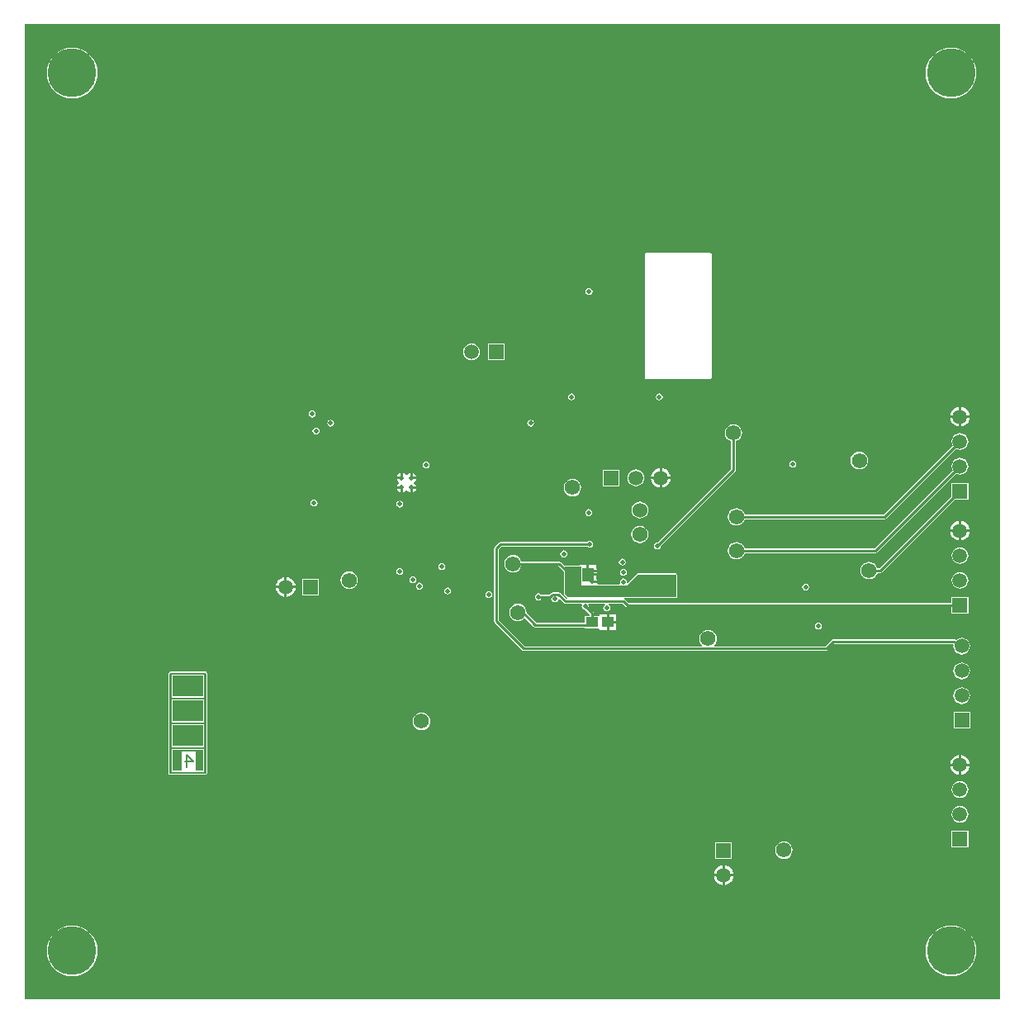
<source format=gbl>
G04*
G04 #@! TF.GenerationSoftware,Altium Limited,Altium Designer,22.2.1 (43)*
G04*
G04 Layer_Physical_Order=4*
G04 Layer_Color=16711680*
%FSLAX44Y44*%
%MOMM*%
G71*
G04*
G04 #@! TF.SameCoordinates,5CE99453-8E5A-41D3-94B1-68A0E1D8BDBC*
G04*
G04*
G04 #@! TF.FilePolarity,Positive*
G04*
G01*
G75*
%ADD14C,0.2000*%
%ADD92C,1.5700*%
%ADD99C,0.2540*%
%ADD101C,1.5240*%
%ADD102C,1.5000*%
%ADD103R,1.5000X1.5000*%
%ADD104R,1.5000X1.5000*%
%ADD105C,5.0000*%
%ADD106C,0.5000*%
%ADD107R,1.1781X1.3562*%
%ADD108R,1.2065X1.0682*%
G36*
X1000000Y1000000D02*
X1000000Y-0D01*
X-0Y-0D01*
X-0Y1000000D01*
X1000000Y1000000D01*
D02*
G37*
%LPC*%
G36*
X950000Y976126D02*
X944903Y975624D01*
X940002Y974137D01*
X935485Y971723D01*
X931526Y968474D01*
X928277Y964515D01*
X925863Y959998D01*
X924376Y955097D01*
X923874Y950000D01*
X924376Y944903D01*
X925863Y940002D01*
X928277Y935485D01*
X931526Y931526D01*
X935485Y928277D01*
X940002Y925863D01*
X944903Y924376D01*
X950000Y923874D01*
X955097Y924376D01*
X959998Y925863D01*
X964515Y928277D01*
X968474Y931526D01*
X971723Y935485D01*
X974137Y940002D01*
X975624Y944903D01*
X976126Y950000D01*
X975624Y955097D01*
X974137Y959998D01*
X971723Y964515D01*
X968474Y968474D01*
X964515Y971723D01*
X959998Y974137D01*
X955097Y975624D01*
X950000Y976126D01*
D02*
G37*
G36*
X49000D02*
X43903Y975624D01*
X39002Y974137D01*
X34485Y971723D01*
X30526Y968474D01*
X27277Y964515D01*
X24863Y959998D01*
X23376Y955097D01*
X22874Y950000D01*
X23376Y944903D01*
X24863Y940002D01*
X27277Y935485D01*
X30526Y931526D01*
X34485Y928277D01*
X39002Y925863D01*
X43903Y924376D01*
X49000Y923874D01*
X54097Y924376D01*
X58998Y925863D01*
X63515Y928277D01*
X67474Y931526D01*
X70723Y935485D01*
X73137Y940002D01*
X74624Y944903D01*
X75126Y950000D01*
X74624Y955097D01*
X73137Y959998D01*
X70723Y964515D01*
X67474Y968474D01*
X63515Y971723D01*
X58998Y974137D01*
X54097Y975624D01*
X49000Y976126D01*
D02*
G37*
G36*
X579000Y729568D02*
X577634Y729297D01*
X576477Y728523D01*
X575703Y727366D01*
X575431Y726000D01*
X575703Y724634D01*
X576477Y723477D01*
X577634Y722703D01*
X579000Y722431D01*
X580366Y722703D01*
X581523Y723477D01*
X582297Y724634D01*
X582569Y726000D01*
X582297Y727366D01*
X581523Y728523D01*
X580366Y729297D01*
X579000Y729568D01*
D02*
G37*
G36*
X492500Y672500D02*
X475500D01*
Y655500D01*
X492500D01*
Y672500D01*
D02*
G37*
G36*
X458600Y672573D02*
X456381Y672281D01*
X454313Y671425D01*
X452538Y670062D01*
X451175Y668287D01*
X450319Y666219D01*
X450027Y664000D01*
X450319Y661781D01*
X451175Y659713D01*
X452538Y657938D01*
X454313Y656575D01*
X456381Y655719D01*
X458600Y655427D01*
X460819Y655719D01*
X462887Y656575D01*
X464662Y657938D01*
X466025Y659713D01*
X466881Y661781D01*
X467173Y664000D01*
X466881Y666219D01*
X466025Y668287D01*
X464662Y670062D01*
X462887Y671425D01*
X460819Y672281D01*
X458600Y672573D01*
D02*
G37*
G36*
X703550Y765633D02*
X637350D01*
X636584Y765316D01*
X636267Y764550D01*
Y637450D01*
X636584Y636685D01*
X637350Y636368D01*
X703550D01*
X704315Y636685D01*
X704632Y637450D01*
Y764550D01*
X704315Y765316D01*
X703550Y765633D01*
D02*
G37*
G36*
X651000Y621568D02*
X649634Y621297D01*
X648477Y620523D01*
X647703Y619366D01*
X647431Y618000D01*
X647703Y616634D01*
X648477Y615477D01*
X649634Y614703D01*
X651000Y614431D01*
X652366Y614703D01*
X653523Y615477D01*
X654297Y616634D01*
X654568Y618000D01*
X654297Y619366D01*
X653523Y620523D01*
X652366Y621297D01*
X651000Y621568D01*
D02*
G37*
G36*
X561000D02*
X559634Y621297D01*
X558477Y620523D01*
X557703Y619366D01*
X557431Y618000D01*
X557703Y616634D01*
X558477Y615477D01*
X559634Y614703D01*
X561000Y614431D01*
X562366Y614703D01*
X563523Y615477D01*
X564297Y616634D01*
X564568Y618000D01*
X564297Y619366D01*
X563523Y620523D01*
X562366Y621297D01*
X561000Y621568D01*
D02*
G37*
G36*
X960509Y607609D02*
Y598920D01*
X969198D01*
X969020Y600271D01*
X968009Y602713D01*
X966400Y604811D01*
X964302Y606420D01*
X961860Y607431D01*
X960509Y607609D01*
D02*
G37*
G36*
X957969D02*
X956618Y607431D01*
X954176Y606420D01*
X952078Y604811D01*
X950469Y602713D01*
X949457Y600271D01*
X949280Y598920D01*
X957969D01*
Y607609D01*
D02*
G37*
G36*
X295170Y603942D02*
X293805Y603670D01*
X292647Y602897D01*
X291873Y601739D01*
X291602Y600373D01*
X291873Y599008D01*
X292647Y597850D01*
X293805Y597077D01*
X295170Y596805D01*
X296536Y597077D01*
X297694Y597850D01*
X298467Y599008D01*
X298739Y600373D01*
X298467Y601739D01*
X297694Y602897D01*
X296536Y603670D01*
X295170Y603942D01*
D02*
G37*
G36*
X969198Y596380D02*
X960509D01*
Y587691D01*
X961860Y587868D01*
X964302Y588880D01*
X966400Y590489D01*
X968009Y592587D01*
X969020Y595029D01*
X969198Y596380D01*
D02*
G37*
G36*
X957969D02*
X949280D01*
X949457Y595029D01*
X950469Y592587D01*
X952078Y590489D01*
X954176Y588880D01*
X956618Y587868D01*
X957969Y587691D01*
Y596380D01*
D02*
G37*
G36*
X519000Y594568D02*
X517634Y594297D01*
X516477Y593523D01*
X515703Y592366D01*
X515431Y591000D01*
X515703Y589634D01*
X516477Y588477D01*
X517634Y587703D01*
X519000Y587431D01*
X520366Y587703D01*
X521523Y588477D01*
X522297Y589634D01*
X522569Y591000D01*
X522297Y592366D01*
X521523Y593523D01*
X520366Y594297D01*
X519000Y594568D01*
D02*
G37*
G36*
X314000D02*
X312634Y594297D01*
X311477Y593523D01*
X310703Y592366D01*
X310431Y591000D01*
X310703Y589634D01*
X311477Y588477D01*
X312634Y587703D01*
X314000Y587431D01*
X315366Y587703D01*
X316523Y588477D01*
X317297Y589634D01*
X317568Y591000D01*
X317297Y592366D01*
X316523Y593523D01*
X315366Y594297D01*
X314000Y594568D01*
D02*
G37*
G36*
X299000Y586568D02*
X297634Y586297D01*
X296477Y585523D01*
X295703Y584366D01*
X295431Y583000D01*
X295703Y581634D01*
X296477Y580477D01*
X297634Y579703D01*
X299000Y579431D01*
X300366Y579703D01*
X301523Y580477D01*
X302297Y581634D01*
X302568Y583000D01*
X302297Y584366D01*
X301523Y585523D01*
X300366Y586297D01*
X299000Y586568D01*
D02*
G37*
G36*
X959239Y580823D02*
X957020Y580531D01*
X954952Y579675D01*
X953177Y578312D01*
X951814Y576537D01*
X950958Y574469D01*
X950666Y572250D01*
X950958Y570031D01*
X951775Y568059D01*
X881030Y497314D01*
X738621D01*
X737730Y499463D01*
X736312Y501312D01*
X734463Y502730D01*
X732310Y503622D01*
X730000Y503926D01*
X727690Y503622D01*
X725537Y502730D01*
X723688Y501312D01*
X722270Y499463D01*
X721378Y497310D01*
X721074Y495000D01*
X721378Y492690D01*
X722270Y490537D01*
X723688Y488688D01*
X725537Y487270D01*
X727690Y486378D01*
X730000Y486074D01*
X732310Y486378D01*
X734463Y487270D01*
X736312Y488688D01*
X737730Y490537D01*
X738621Y492686D01*
X881989D01*
X882875Y492862D01*
X883625Y493363D01*
X955048Y564786D01*
X957020Y563969D01*
X959239Y563677D01*
X961458Y563969D01*
X963526Y564825D01*
X965301Y566188D01*
X966664Y567963D01*
X967520Y570031D01*
X967812Y572250D01*
X967520Y574469D01*
X966664Y576537D01*
X965301Y578312D01*
X963526Y579675D01*
X961458Y580531D01*
X959239Y580823D01*
D02*
G37*
G36*
X788000Y552569D02*
X786634Y552297D01*
X785477Y551523D01*
X784703Y550366D01*
X784431Y549000D01*
X784703Y547634D01*
X785477Y546477D01*
X786634Y545703D01*
X788000Y545431D01*
X789366Y545703D01*
X790523Y546477D01*
X791297Y547634D01*
X791569Y549000D01*
X791297Y550366D01*
X790523Y551523D01*
X789366Y552297D01*
X788000Y552569D01*
D02*
G37*
G36*
X412000Y551568D02*
X410634Y551297D01*
X409477Y550523D01*
X408703Y549366D01*
X408431Y548000D01*
X408703Y546634D01*
X409477Y545477D01*
X410634Y544703D01*
X412000Y544431D01*
X413366Y544703D01*
X414523Y545477D01*
X415297Y546634D01*
X415569Y548000D01*
X415297Y549366D01*
X414523Y550523D01*
X413366Y551297D01*
X412000Y551568D01*
D02*
G37*
G36*
X856000Y561726D02*
X853690Y561422D01*
X851537Y560530D01*
X849688Y559112D01*
X848270Y557263D01*
X847378Y555110D01*
X847074Y552800D01*
X847378Y550489D01*
X848270Y548336D01*
X849688Y546488D01*
X851537Y545069D01*
X853690Y544177D01*
X856000Y543873D01*
X858310Y544177D01*
X860463Y545069D01*
X862312Y546488D01*
X863730Y548336D01*
X864622Y550489D01*
X864926Y552800D01*
X864622Y555110D01*
X863730Y557263D01*
X862312Y559112D01*
X860463Y560530D01*
X858310Y561422D01*
X856000Y561726D01*
D02*
G37*
G36*
X959239Y555423D02*
X957020Y555131D01*
X954952Y554275D01*
X953177Y552912D01*
X951814Y551137D01*
X950958Y549069D01*
X950666Y546850D01*
X950958Y544631D01*
X951775Y542659D01*
X871660Y462544D01*
X738621D01*
X737730Y464692D01*
X736312Y466541D01*
X734463Y467960D01*
X732310Y468852D01*
X730000Y469156D01*
X727690Y468852D01*
X725537Y467960D01*
X723688Y466541D01*
X722270Y464692D01*
X721378Y462540D01*
X721074Y460229D01*
X721378Y457919D01*
X722270Y455766D01*
X723688Y453918D01*
X725537Y452499D01*
X727690Y451607D01*
X730000Y451303D01*
X732310Y451607D01*
X734463Y452499D01*
X736312Y453918D01*
X737730Y455766D01*
X738621Y457915D01*
X872618D01*
X873504Y458091D01*
X874255Y458593D01*
X955048Y539386D01*
X957020Y538569D01*
X959239Y538277D01*
X961458Y538569D01*
X963526Y539425D01*
X965301Y540788D01*
X966664Y542563D01*
X967520Y544631D01*
X967812Y546850D01*
X967520Y549069D01*
X966664Y551137D01*
X965301Y552912D01*
X963526Y554275D01*
X961458Y555131D01*
X959239Y555423D01*
D02*
G37*
G36*
X395480Y539886D02*
X394784Y539748D01*
X393116Y538633D01*
X392514Y537732D01*
X390986D01*
X390384Y538633D01*
X388717Y539748D01*
X388020Y539886D01*
Y535000D01*
X386750D01*
Y533730D01*
X381864D01*
X382002Y533033D01*
X383116Y531366D01*
X384018Y530764D01*
Y529236D01*
X383116Y528634D01*
X382002Y526966D01*
X381864Y526270D01*
X386750D01*
Y525000D01*
X388020D01*
Y520114D01*
X388717Y520252D01*
X390384Y521366D01*
X390986Y522268D01*
X392514D01*
X393116Y521366D01*
X394784Y520252D01*
X395480Y520114D01*
Y525000D01*
X396750D01*
Y526270D01*
X401636D01*
X401497Y526966D01*
X400384Y528634D01*
X399482Y529236D01*
Y530764D01*
X400384Y531366D01*
X401497Y533033D01*
X401636Y533730D01*
X396750D01*
Y535000D01*
X395480D01*
Y539886D01*
D02*
G37*
G36*
X653670Y544959D02*
Y536270D01*
X662359D01*
X662181Y537621D01*
X661170Y540063D01*
X659561Y542161D01*
X657463Y543770D01*
X655021Y544781D01*
X653670Y544959D01*
D02*
G37*
G36*
X651130D02*
X649779Y544781D01*
X647337Y543770D01*
X645239Y542161D01*
X643630Y540063D01*
X642618Y537621D01*
X642440Y536270D01*
X651130D01*
Y544959D01*
D02*
G37*
G36*
X398020Y539886D02*
Y536270D01*
X401636D01*
X401497Y536966D01*
X400384Y538633D01*
X398717Y539748D01*
X398020Y539886D01*
D02*
G37*
G36*
X385480D02*
X384784Y539748D01*
X383116Y538633D01*
X382002Y536966D01*
X381864Y536270D01*
X385480D01*
Y539886D01*
D02*
G37*
G36*
X610100Y543500D02*
X593100D01*
Y526500D01*
X610100D01*
Y543500D01*
D02*
G37*
G36*
X627000Y543573D02*
X624781Y543281D01*
X622713Y542425D01*
X620938Y541062D01*
X619575Y539287D01*
X618719Y537219D01*
X618427Y535000D01*
X618719Y532781D01*
X619575Y530713D01*
X620938Y528938D01*
X622713Y527575D01*
X624781Y526719D01*
X627000Y526427D01*
X629219Y526719D01*
X631287Y527575D01*
X633062Y528938D01*
X634425Y530713D01*
X635281Y532781D01*
X635573Y535000D01*
X635281Y537219D01*
X634425Y539287D01*
X633062Y541062D01*
X631287Y542425D01*
X629219Y543281D01*
X627000Y543573D01*
D02*
G37*
G36*
X662359Y533730D02*
X653670D01*
Y525041D01*
X655021Y525218D01*
X657463Y526230D01*
X659561Y527839D01*
X661170Y529937D01*
X662181Y532379D01*
X662359Y533730D01*
D02*
G37*
G36*
X651130D02*
X642440D01*
X642618Y532379D01*
X643630Y529937D01*
X645239Y527839D01*
X647337Y526230D01*
X649779Y525218D01*
X651130Y525041D01*
Y533730D01*
D02*
G37*
G36*
X401636Y523730D02*
X398020D01*
Y520114D01*
X398717Y520252D01*
X400384Y521366D01*
X401497Y523033D01*
X401636Y523730D01*
D02*
G37*
G36*
X385480D02*
X381864D01*
X382002Y523033D01*
X383116Y521366D01*
X384784Y520252D01*
X385480Y520114D01*
Y523730D01*
D02*
G37*
G36*
X562000Y533926D02*
X559690Y533622D01*
X557537Y532730D01*
X555688Y531312D01*
X554269Y529463D01*
X553378Y527310D01*
X553074Y525000D01*
X553378Y522690D01*
X554269Y520537D01*
X555688Y518688D01*
X557537Y517270D01*
X559690Y516378D01*
X562000Y516073D01*
X564310Y516378D01*
X566463Y517270D01*
X568312Y518688D01*
X569730Y520537D01*
X570622Y522690D01*
X570926Y525000D01*
X570622Y527310D01*
X569730Y529463D01*
X568312Y531312D01*
X566463Y532730D01*
X564310Y533622D01*
X562000Y533926D01*
D02*
G37*
G36*
X297000Y512569D02*
X295634Y512297D01*
X294477Y511523D01*
X293703Y510366D01*
X293431Y509000D01*
X293703Y507634D01*
X294477Y506477D01*
X295634Y505703D01*
X297000Y505431D01*
X298366Y505703D01*
X299523Y506477D01*
X300297Y507634D01*
X300569Y509000D01*
X300297Y510366D01*
X299523Y511523D01*
X298366Y512297D01*
X297000Y512569D01*
D02*
G37*
G36*
X385000Y511568D02*
X383634Y511297D01*
X382477Y510523D01*
X381703Y509366D01*
X381431Y508000D01*
X381703Y506634D01*
X382477Y505477D01*
X383634Y504703D01*
X385000Y504431D01*
X386366Y504703D01*
X387523Y505477D01*
X388297Y506634D01*
X388569Y508000D01*
X388297Y509366D01*
X387523Y510523D01*
X386366Y511297D01*
X385000Y511568D01*
D02*
G37*
G36*
X578469Y502894D02*
X577103Y502623D01*
X575946Y501849D01*
X575172Y500691D01*
X574901Y499326D01*
X575172Y497960D01*
X575946Y496802D01*
X577103Y496029D01*
X578469Y495757D01*
X579835Y496029D01*
X580992Y496802D01*
X581766Y497960D01*
X582038Y499326D01*
X581766Y500691D01*
X580992Y501849D01*
X579835Y502623D01*
X578469Y502894D01*
D02*
G37*
G36*
X631000Y510694D02*
X628750Y510398D01*
X626653Y509529D01*
X624852Y508148D01*
X623470Y506347D01*
X622602Y504250D01*
X622306Y502000D01*
X622602Y499750D01*
X623470Y497653D01*
X624852Y495852D01*
X626653Y494470D01*
X628750Y493602D01*
X631000Y493306D01*
X633250Y493602D01*
X635347Y494470D01*
X637148Y495852D01*
X638530Y497653D01*
X639398Y499750D01*
X639694Y502000D01*
X639398Y504250D01*
X638530Y506347D01*
X637148Y508148D01*
X635347Y509529D01*
X633250Y510398D01*
X631000Y510694D01*
D02*
G37*
G36*
X960509Y490659D02*
Y481970D01*
X969198D01*
X969020Y483321D01*
X968009Y485763D01*
X966399Y487861D01*
X964302Y489470D01*
X961860Y490481D01*
X960509Y490659D01*
D02*
G37*
G36*
X957969D02*
X956618Y490481D01*
X954175Y489470D01*
X952078Y487861D01*
X950469Y485763D01*
X949457Y483321D01*
X949279Y481970D01*
X957969D01*
Y490659D01*
D02*
G37*
G36*
Y479430D02*
X949279D01*
X949457Y478079D01*
X950469Y475637D01*
X952078Y473539D01*
X954175Y471930D01*
X956618Y470918D01*
X957969Y470741D01*
Y479430D01*
D02*
G37*
G36*
X969198D02*
X960509D01*
Y470741D01*
X961860Y470918D01*
X964302Y471930D01*
X966399Y473539D01*
X968009Y475637D01*
X969020Y478079D01*
X969198Y479430D01*
D02*
G37*
G36*
X727000Y589926D02*
X724690Y589622D01*
X722537Y588730D01*
X720688Y587312D01*
X719269Y585463D01*
X718378Y583310D01*
X718074Y581000D01*
X718378Y578690D01*
X719269Y576537D01*
X720688Y574688D01*
X722537Y573270D01*
X724686Y572379D01*
Y543959D01*
X649246Y468520D01*
X649000Y468569D01*
X647634Y468297D01*
X646477Y467523D01*
X645703Y466366D01*
X645431Y465000D01*
X645703Y463634D01*
X646477Y462477D01*
X647634Y461703D01*
X649000Y461431D01*
X650366Y461703D01*
X651523Y462477D01*
X652297Y463634D01*
X652569Y465000D01*
X652520Y465246D01*
X728636Y541363D01*
X729138Y542114D01*
X729314Y543000D01*
Y572379D01*
X731463Y573270D01*
X733312Y574688D01*
X734730Y576537D01*
X735622Y578690D01*
X735926Y581000D01*
X735622Y583310D01*
X734730Y585463D01*
X733312Y587312D01*
X731463Y588730D01*
X729310Y589622D01*
X727000Y589926D01*
D02*
G37*
G36*
X631000Y485926D02*
X628690Y485622D01*
X626537Y484730D01*
X624688Y483312D01*
X623270Y481463D01*
X622378Y479310D01*
X622074Y477000D01*
X622378Y474690D01*
X623270Y472537D01*
X624688Y470688D01*
X626537Y469269D01*
X628690Y468378D01*
X631000Y468074D01*
X633310Y468378D01*
X635463Y469269D01*
X637312Y470688D01*
X638730Y472537D01*
X639622Y474690D01*
X639926Y477000D01*
X639622Y479310D01*
X638730Y481463D01*
X637312Y483312D01*
X635463Y484730D01*
X633310Y485622D01*
X631000Y485926D01*
D02*
G37*
G36*
X579667Y470364D02*
X578301Y470092D01*
X577144Y469319D01*
X577004Y469110D01*
X487795D01*
X486910Y468934D01*
X486159Y468432D01*
X482363Y464636D01*
X481862Y463886D01*
X481685Y463000D01*
Y388000D01*
X481862Y387114D01*
X482363Y386363D01*
X510483Y358243D01*
X511234Y357742D01*
X512120Y357565D01*
X822117D01*
X823003Y357742D01*
X823754Y358243D01*
X830196Y364686D01*
X951532D01*
X952574Y363519D01*
X952427Y362400D01*
X952719Y360181D01*
X953575Y358113D01*
X954938Y356338D01*
X956713Y354975D01*
X958781Y354119D01*
X961000Y353827D01*
X963219Y354119D01*
X965287Y354975D01*
X967062Y356338D01*
X968425Y358113D01*
X969281Y360181D01*
X969573Y362400D01*
X969281Y364619D01*
X968425Y366687D01*
X967062Y368462D01*
X965287Y369825D01*
X963219Y370681D01*
X961000Y370973D01*
X958781Y370681D01*
X956713Y369825D01*
X955025Y368530D01*
X954919Y368637D01*
X954168Y369138D01*
X953282Y369314D01*
X829237D01*
X828352Y369138D01*
X827601Y368637D01*
X821159Y362194D01*
X707452D01*
X707020Y363464D01*
X707312Y363688D01*
X708730Y365537D01*
X709622Y367690D01*
X709926Y370000D01*
X709622Y372310D01*
X708730Y374463D01*
X707312Y376312D01*
X705463Y377730D01*
X703310Y378622D01*
X701000Y378926D01*
X698690Y378622D01*
X696537Y377730D01*
X694688Y376312D01*
X693270Y374463D01*
X692378Y372310D01*
X692074Y370000D01*
X692378Y367690D01*
X693270Y365537D01*
X694688Y363688D01*
X694979Y363464D01*
X694548Y362194D01*
X513079D01*
X486314Y388959D01*
Y462041D01*
X488754Y464481D01*
X577004D01*
X577144Y464272D01*
X578301Y463498D01*
X579667Y463227D01*
X581032Y463498D01*
X582190Y464272D01*
X582964Y465430D01*
X583235Y466795D01*
X582964Y468161D01*
X582190Y469319D01*
X581032Y470092D01*
X579667Y470364D01*
D02*
G37*
G36*
X553000Y460569D02*
X551634Y460297D01*
X550477Y459523D01*
X549703Y458366D01*
X549431Y457000D01*
X549703Y455634D01*
X550477Y454477D01*
X551634Y453703D01*
X553000Y453431D01*
X554366Y453703D01*
X555523Y454477D01*
X556297Y455634D01*
X556568Y457000D01*
X556297Y458366D01*
X555523Y459523D01*
X554366Y460297D01*
X553000Y460569D01*
D02*
G37*
G36*
X959239Y463873D02*
X957020Y463581D01*
X954952Y462725D01*
X953176Y461362D01*
X951814Y459587D01*
X950958Y457519D01*
X950665Y455300D01*
X950958Y453081D01*
X951814Y451013D01*
X953176Y449238D01*
X954952Y447875D01*
X957020Y447019D01*
X959239Y446727D01*
X961458Y447019D01*
X963525Y447875D01*
X965301Y449238D01*
X966664Y451013D01*
X967520Y453081D01*
X967812Y455300D01*
X967520Y457519D01*
X966664Y459587D01*
X965301Y461362D01*
X963525Y462725D01*
X961458Y463581D01*
X959239Y463873D01*
D02*
G37*
G36*
X613000Y452214D02*
X611634Y451942D01*
X610477Y451169D01*
X609703Y450011D01*
X609431Y448646D01*
X609703Y447280D01*
X610477Y446122D01*
X611634Y445349D01*
X613000Y445077D01*
X614366Y445349D01*
X615523Y446122D01*
X616297Y447280D01*
X616569Y448646D01*
X616297Y450011D01*
X615523Y451169D01*
X614366Y451942D01*
X613000Y452214D01*
D02*
G37*
G36*
X967739Y529950D02*
X950739D01*
Y516223D01*
X876830Y442314D01*
X874621D01*
X873730Y444463D01*
X872312Y446312D01*
X870463Y447730D01*
X868310Y448622D01*
X866000Y448926D01*
X863690Y448622D01*
X861537Y447730D01*
X859688Y446312D01*
X858270Y444463D01*
X857378Y442310D01*
X857074Y440000D01*
X857378Y437690D01*
X858270Y435537D01*
X859688Y433688D01*
X861537Y432270D01*
X863690Y431378D01*
X866000Y431074D01*
X868310Y431378D01*
X870463Y432270D01*
X872312Y433688D01*
X873730Y435537D01*
X874621Y437686D01*
X877789D01*
X878675Y437862D01*
X879426Y438363D01*
X954012Y512950D01*
X967739D01*
Y529950D01*
D02*
G37*
G36*
X428000Y447569D02*
X426634Y447297D01*
X425477Y446523D01*
X424703Y445366D01*
X424431Y444000D01*
X424703Y442634D01*
X425477Y441477D01*
X426634Y440703D01*
X428000Y440431D01*
X429366Y440703D01*
X430523Y441477D01*
X431297Y442634D01*
X431568Y444000D01*
X431297Y445366D01*
X430523Y446523D01*
X429366Y447297D01*
X428000Y447569D01*
D02*
G37*
G36*
X586071Y445321D02*
X578911D01*
Y437270D01*
X586571D01*
X586748Y437533D01*
X586886Y438230D01*
X582000D01*
Y440770D01*
X586886D01*
X586748Y441466D01*
X586071Y442479D01*
Y445321D01*
D02*
G37*
G36*
X385000Y442569D02*
X383634Y442297D01*
X382477Y441523D01*
X381703Y440366D01*
X381431Y439000D01*
X381703Y437634D01*
X382477Y436477D01*
X383634Y435703D01*
X385000Y435431D01*
X386366Y435703D01*
X387523Y436477D01*
X388297Y437634D01*
X388568Y439000D01*
X388297Y440366D01*
X387523Y441523D01*
X386366Y442297D01*
X385000Y442569D01*
D02*
G37*
G36*
X614000Y441569D02*
X612634Y441297D01*
X611477Y440523D01*
X610703Y439366D01*
X610431Y438000D01*
X610703Y436634D01*
X611477Y435477D01*
X612634Y434703D01*
X614000Y434431D01*
X615366Y434703D01*
X616523Y435477D01*
X617297Y436634D01*
X617569Y438000D01*
X617297Y439366D01*
X616523Y440523D01*
X615366Y441297D01*
X614000Y441569D01*
D02*
G37*
G36*
X398354Y433999D02*
X396989Y433728D01*
X395831Y432954D01*
X395057Y431796D01*
X394786Y430431D01*
X395057Y429065D01*
X395831Y427907D01*
X396989Y427134D01*
X398354Y426862D01*
X399720Y427134D01*
X400878Y427907D01*
X401651Y429065D01*
X401923Y430431D01*
X401651Y431796D01*
X400878Y432954D01*
X399720Y433728D01*
X398354Y433999D01*
D02*
G37*
G36*
X269170Y432940D02*
Y424251D01*
X277859D01*
X277682Y425602D01*
X276670Y428044D01*
X275061Y430141D01*
X272963Y431751D01*
X270521Y432762D01*
X269170Y432940D01*
D02*
G37*
G36*
X266630D02*
X265279Y432762D01*
X262837Y431751D01*
X260739Y430141D01*
X259130Y428044D01*
X258118Y425602D01*
X257941Y424251D01*
X266630D01*
Y432940D01*
D02*
G37*
G36*
X959239Y438473D02*
X957020Y438181D01*
X954952Y437325D01*
X953176Y435962D01*
X951814Y434187D01*
X950958Y432119D01*
X950665Y429900D01*
X950958Y427681D01*
X951814Y425613D01*
X953176Y423838D01*
X954952Y422475D01*
X957020Y421619D01*
X959239Y421327D01*
X961458Y421619D01*
X963525Y422475D01*
X965301Y423838D01*
X966664Y425613D01*
X967520Y427681D01*
X967812Y429900D01*
X967520Y432119D01*
X966664Y434187D01*
X965301Y435962D01*
X963525Y437325D01*
X961458Y438181D01*
X959239Y438473D01*
D02*
G37*
G36*
X333000Y438926D02*
X330690Y438622D01*
X328537Y437730D01*
X326688Y436312D01*
X325270Y434463D01*
X324378Y432310D01*
X324074Y430000D01*
X324378Y427690D01*
X325270Y425537D01*
X326688Y423688D01*
X328537Y422270D01*
X330690Y421378D01*
X333000Y421074D01*
X335310Y421378D01*
X337463Y422270D01*
X339312Y423688D01*
X340730Y425537D01*
X341622Y427690D01*
X341926Y430000D01*
X341622Y432310D01*
X340730Y434463D01*
X339312Y436312D01*
X337463Y437730D01*
X335310Y438622D01*
X333000Y438926D01*
D02*
G37*
G36*
X405000Y427569D02*
X403634Y427297D01*
X402477Y426523D01*
X401703Y425366D01*
X401431Y424000D01*
X401703Y422634D01*
X402477Y421477D01*
X403634Y420703D01*
X405000Y420431D01*
X406366Y420703D01*
X407523Y421477D01*
X408297Y422634D01*
X408569Y424000D01*
X408297Y425366D01*
X407523Y426523D01*
X406366Y427297D01*
X405000Y427569D01*
D02*
G37*
G36*
X801000Y426568D02*
X799634Y426297D01*
X798477Y425523D01*
X797703Y424366D01*
X797431Y423000D01*
X797703Y421634D01*
X798477Y420477D01*
X799634Y419703D01*
X801000Y419431D01*
X802366Y419703D01*
X803523Y420477D01*
X804297Y421634D01*
X804568Y423000D01*
X804297Y424366D01*
X803523Y425523D01*
X802366Y426297D01*
X801000Y426568D01*
D02*
G37*
G36*
X433995Y422573D02*
X432630Y422302D01*
X431472Y421528D01*
X430698Y420370D01*
X430426Y419005D01*
X430698Y417639D01*
X431472Y416481D01*
X432630Y415708D01*
X433995Y415436D01*
X435361Y415708D01*
X436519Y416481D01*
X437292Y417639D01*
X437564Y419005D01*
X437292Y420370D01*
X436519Y421528D01*
X435361Y422302D01*
X433995Y422573D01*
D02*
G37*
G36*
X301800Y431481D02*
X284800D01*
Y414481D01*
X301800D01*
Y431481D01*
D02*
G37*
G36*
X277859Y421711D02*
X269170D01*
Y413021D01*
X270521Y413199D01*
X272963Y414211D01*
X275061Y415820D01*
X276670Y417917D01*
X277682Y420360D01*
X277859Y421711D01*
D02*
G37*
G36*
X266630D02*
X257941D01*
X258118Y420360D01*
X259130Y417917D01*
X260739Y415820D01*
X262837Y414211D01*
X265279Y413199D01*
X266630Y413021D01*
Y421711D01*
D02*
G37*
G36*
X476010Y418698D02*
X474645Y418426D01*
X473487Y417652D01*
X472713Y416495D01*
X472441Y415129D01*
X472713Y413763D01*
X473487Y412606D01*
X474645Y411832D01*
X476010Y411560D01*
X477376Y411832D01*
X478534Y412606D01*
X479307Y413763D01*
X479579Y415129D01*
X479307Y416495D01*
X478534Y417652D01*
X477376Y418426D01*
X476010Y418698D01*
D02*
G37*
G36*
X501000Y455926D02*
X498690Y455622D01*
X496537Y454730D01*
X494688Y453312D01*
X493270Y451463D01*
X492378Y449310D01*
X492074Y447000D01*
X492378Y444690D01*
X493270Y442537D01*
X494688Y440688D01*
X496537Y439269D01*
X498690Y438378D01*
X501000Y438074D01*
X503310Y438378D01*
X505463Y439269D01*
X507312Y440688D01*
X508730Y442537D01*
X509620Y444685D01*
X547541D01*
X552918Y439309D01*
Y416000D01*
X552918Y416000D01*
X553234Y415234D01*
X553235Y415234D01*
X556235Y412235D01*
X557000Y411917D01*
X556978Y410656D01*
X555692D01*
X549042Y417306D01*
X548291Y417808D01*
X547406Y417984D01*
X542024D01*
X541138Y417808D01*
X540388Y417306D01*
X539815Y416733D01*
X539485Y416668D01*
X538734Y416166D01*
X537882Y415314D01*
X529663D01*
X529523Y415523D01*
X528366Y416297D01*
X527000Y416568D01*
X525634Y416297D01*
X524477Y415523D01*
X523703Y414366D01*
X523431Y413000D01*
X523703Y411634D01*
X524477Y410477D01*
X525634Y409703D01*
X527000Y409431D01*
X528366Y409703D01*
X529523Y410477D01*
X529663Y410686D01*
X538841D01*
X539261Y410769D01*
X539762Y410825D01*
X540624Y409934D01*
X540703Y409534D01*
X541477Y408376D01*
X542634Y407603D01*
X544000Y407331D01*
X545366Y407603D01*
X546523Y408376D01*
X547297Y409534D01*
X547492Y410514D01*
X548555Y410992D01*
X548788Y411014D01*
X553097Y406705D01*
X553847Y406204D01*
X554733Y406027D01*
X571305D01*
X571984Y404757D01*
X571713Y404352D01*
X571441Y402987D01*
X571713Y401621D01*
X572487Y400463D01*
X573644Y399690D01*
X575010Y399418D01*
X575257Y399467D01*
X579427Y395297D01*
Y393341D01*
X574709D01*
Y386314D01*
X524959D01*
X514850Y396423D01*
X514926Y397000D01*
X514622Y399310D01*
X513730Y401463D01*
X512312Y403312D01*
X510463Y404730D01*
X508310Y405622D01*
X506000Y405926D01*
X503690Y405622D01*
X501537Y404730D01*
X499688Y403312D01*
X498270Y401463D01*
X497378Y399310D01*
X497074Y397000D01*
X497378Y394690D01*
X498270Y392537D01*
X499688Y390688D01*
X501537Y389269D01*
X503690Y388378D01*
X506000Y388074D01*
X508310Y388378D01*
X510463Y389269D01*
X512312Y390688D01*
X512475Y390901D01*
X513743Y390984D01*
X522363Y382363D01*
X523114Y381862D01*
X524000Y381685D01*
X574709D01*
Y380659D01*
X588416D01*
X588774Y380659D01*
X589686Y379795D01*
Y379119D01*
X596988D01*
Y387000D01*
Y394881D01*
X589686D01*
Y394205D01*
X588774Y393341D01*
X588416Y393341D01*
X584056D01*
Y396255D01*
X583880Y397141D01*
X583378Y397892D01*
X578530Y402740D01*
X578579Y402987D01*
X578307Y404352D01*
X578036Y404757D01*
X578715Y406027D01*
X595150D01*
X595593Y404852D01*
X595575Y404757D01*
X594477Y404023D01*
X593703Y402866D01*
X593431Y401500D01*
X593703Y400134D01*
X594477Y398977D01*
X595634Y398203D01*
X597000Y397931D01*
X598366Y398203D01*
X599523Y398977D01*
X600297Y400134D01*
X600569Y401500D01*
X600297Y402866D01*
X599523Y404023D01*
X598424Y404757D01*
X598407Y404852D01*
X598850Y406027D01*
X613685D01*
X616849Y402863D01*
X617600Y402362D01*
X618486Y402186D01*
X950739D01*
Y396000D01*
X967739D01*
Y413000D01*
X950739D01*
Y406814D01*
X619445D01*
X616280Y409978D01*
X615530Y410480D01*
X614644Y410656D01*
X614665Y411917D01*
X668000D01*
X668765Y412235D01*
X669082Y413000D01*
Y436000D01*
X668765Y436765D01*
X668000Y437082D01*
X629000D01*
X629000Y437082D01*
X628234Y436765D01*
X628234Y436765D01*
X618651Y427182D01*
X617481Y427807D01*
X617569Y428250D01*
X617297Y429616D01*
X616523Y430773D01*
X615366Y431547D01*
X614000Y431819D01*
X612634Y431547D01*
X611477Y430773D01*
X610703Y429616D01*
X610431Y428250D01*
X610660Y427102D01*
X609995Y425832D01*
X587690D01*
X586861Y427102D01*
X586886Y427230D01*
X582000D01*
Y429770D01*
X586886D01*
X586748Y430466D01*
X586071Y431479D01*
Y434730D01*
X577641D01*
Y436000D01*
X576371D01*
Y445321D01*
X569210D01*
Y445082D01*
X554000D01*
X553781Y444992D01*
X550137Y448637D01*
X549386Y449138D01*
X548500Y449314D01*
X509620D01*
X508730Y451463D01*
X507312Y453312D01*
X505463Y454730D01*
X503310Y455622D01*
X501000Y455926D01*
D02*
G37*
G36*
X606831Y394881D02*
X599529D01*
Y388270D01*
X606831D01*
Y394881D01*
D02*
G37*
G36*
X814000Y386568D02*
X812634Y386297D01*
X811477Y385523D01*
X810703Y384366D01*
X810431Y383000D01*
X810703Y381634D01*
X811477Y380477D01*
X812634Y379703D01*
X814000Y379431D01*
X815366Y379703D01*
X816523Y380477D01*
X817297Y381634D01*
X817569Y383000D01*
X817297Y384366D01*
X816523Y385523D01*
X815366Y386297D01*
X814000Y386568D01*
D02*
G37*
G36*
X606831Y385730D02*
X599529D01*
Y379119D01*
X606831D01*
Y385730D01*
D02*
G37*
G36*
X961000Y345573D02*
X958781Y345281D01*
X956713Y344425D01*
X954938Y343062D01*
X953575Y341287D01*
X952719Y339219D01*
X952427Y337000D01*
X952719Y334781D01*
X953575Y332713D01*
X954938Y330938D01*
X956713Y329575D01*
X958781Y328719D01*
X961000Y328427D01*
X963219Y328719D01*
X965287Y329575D01*
X967062Y330938D01*
X968425Y332713D01*
X969281Y334781D01*
X969573Y337000D01*
X969281Y339219D01*
X968425Y341287D01*
X967062Y343062D01*
X965287Y344425D01*
X963219Y345281D01*
X961000Y345573D01*
D02*
G37*
G36*
Y320173D02*
X958781Y319881D01*
X956713Y319025D01*
X954938Y317662D01*
X953575Y315887D01*
X952719Y313819D01*
X952427Y311600D01*
X952719Y309381D01*
X953575Y307313D01*
X954938Y305538D01*
X956713Y304175D01*
X958781Y303319D01*
X961000Y303027D01*
X963219Y303319D01*
X965287Y304175D01*
X967062Y305538D01*
X968425Y307313D01*
X969281Y309381D01*
X969573Y311600D01*
X969281Y313819D01*
X968425Y315887D01*
X967062Y317662D01*
X965287Y319025D01*
X963219Y319881D01*
X961000Y320173D01*
D02*
G37*
G36*
X969500Y294700D02*
X952500D01*
Y277700D01*
X969500D01*
Y294700D01*
D02*
G37*
G36*
X407111Y294283D02*
X404800Y293978D01*
X402647Y293087D01*
X400799Y291668D01*
X399380Y289819D01*
X398488Y287666D01*
X398184Y285356D01*
X398488Y283046D01*
X399380Y280893D01*
X400799Y279044D01*
X402647Y277626D01*
X404800Y276734D01*
X407111Y276430D01*
X409421Y276734D01*
X411574Y277626D01*
X413423Y279044D01*
X414841Y280893D01*
X415733Y283046D01*
X416037Y285356D01*
X415733Y287666D01*
X414841Y289819D01*
X413423Y291668D01*
X411574Y293087D01*
X409421Y293978D01*
X407111Y294283D01*
D02*
G37*
G36*
X960509Y250658D02*
Y241969D01*
X969198D01*
X969020Y243320D01*
X968009Y245762D01*
X966400Y247860D01*
X964302Y249469D01*
X961860Y250481D01*
X960509Y250658D01*
D02*
G37*
G36*
X957969D02*
X956618Y250481D01*
X954176Y249469D01*
X952078Y247860D01*
X950469Y245762D01*
X949457Y243320D01*
X949280Y241969D01*
X957969D01*
Y250658D01*
D02*
G37*
G36*
X969198Y239429D02*
X960509D01*
Y230740D01*
X961860Y230917D01*
X964302Y231929D01*
X966400Y233538D01*
X968009Y235636D01*
X969020Y238078D01*
X969198Y239429D01*
D02*
G37*
G36*
X957969D02*
X949280D01*
X949457Y238078D01*
X950469Y235636D01*
X952078Y233538D01*
X954176Y231929D01*
X956618Y230917D01*
X957969Y230740D01*
Y239429D01*
D02*
G37*
G36*
X185560Y336312D02*
X150000D01*
X149220Y336157D01*
X148558Y335715D01*
X148487Y335608D01*
X148238Y335442D01*
X147796Y334780D01*
X147641Y334000D01*
Y308600D01*
Y283200D01*
Y257800D01*
Y232400D01*
X147796Y231620D01*
X148238Y230958D01*
X148900Y230516D01*
X149680Y230361D01*
X185240D01*
X186020Y230516D01*
X186682Y230958D01*
X186753Y231064D01*
X187002Y231231D01*
X187444Y231892D01*
X187599Y232673D01*
Y258073D01*
Y283473D01*
Y308873D01*
Y334273D01*
X187444Y335053D01*
X187002Y335715D01*
X186340Y336157D01*
X185560Y336312D01*
D02*
G37*
G36*
X959239Y223872D02*
X957020Y223580D01*
X954952Y222724D01*
X953177Y221361D01*
X951814Y219586D01*
X950958Y217518D01*
X950666Y215299D01*
X950958Y213080D01*
X951814Y211012D01*
X953177Y209237D01*
X954952Y207874D01*
X957020Y207018D01*
X959239Y206726D01*
X961458Y207018D01*
X963526Y207874D01*
X965301Y209237D01*
X966664Y211012D01*
X967520Y213080D01*
X967812Y215299D01*
X967520Y217518D01*
X966664Y219586D01*
X965301Y221361D01*
X963526Y222724D01*
X961458Y223580D01*
X959239Y223872D01*
D02*
G37*
G36*
Y198472D02*
X957020Y198180D01*
X954952Y197324D01*
X953177Y195961D01*
X951814Y194186D01*
X950958Y192118D01*
X950666Y189899D01*
X950958Y187680D01*
X951814Y185612D01*
X953177Y183837D01*
X954952Y182474D01*
X957020Y181618D01*
X959239Y181326D01*
X961458Y181618D01*
X963526Y182474D01*
X965301Y183837D01*
X966664Y185612D01*
X967520Y187680D01*
X967812Y189899D01*
X967520Y192118D01*
X966664Y194186D01*
X965301Y195961D01*
X963526Y197324D01*
X961458Y198180D01*
X959239Y198472D01*
D02*
G37*
G36*
X967739Y172999D02*
X950739D01*
Y155999D01*
X967739D01*
Y172999D01*
D02*
G37*
G36*
X725500Y161500D02*
X708500D01*
Y144500D01*
X725500D01*
Y161500D01*
D02*
G37*
G36*
X778728Y162168D02*
X776418Y161864D01*
X774265Y160972D01*
X772416Y159553D01*
X770998Y157704D01*
X770106Y155552D01*
X769802Y153241D01*
X770106Y150931D01*
X770998Y148778D01*
X772416Y146929D01*
X774265Y145511D01*
X776418Y144619D01*
X778728Y144315D01*
X781039Y144619D01*
X783192Y145511D01*
X785040Y146929D01*
X786459Y148778D01*
X787350Y150931D01*
X787655Y153241D01*
X787350Y155552D01*
X786459Y157704D01*
X785040Y159553D01*
X783192Y160972D01*
X781039Y161864D01*
X778728Y162168D01*
D02*
G37*
G36*
X718270Y137559D02*
Y128870D01*
X726959D01*
X726781Y130221D01*
X725770Y132663D01*
X724161Y134761D01*
X722063Y136370D01*
X719621Y137381D01*
X718270Y137559D01*
D02*
G37*
G36*
X715730D02*
X714379Y137381D01*
X711937Y136370D01*
X709839Y134761D01*
X708230Y132663D01*
X707218Y130221D01*
X707040Y128870D01*
X715730D01*
Y137559D01*
D02*
G37*
G36*
X726959Y126330D02*
X718270D01*
Y117640D01*
X719621Y117818D01*
X722063Y118830D01*
X724161Y120439D01*
X725770Y122537D01*
X726781Y124979D01*
X726959Y126330D01*
D02*
G37*
G36*
X715730D02*
X707040D01*
X707218Y124979D01*
X708230Y122537D01*
X709839Y120439D01*
X711937Y118830D01*
X714379Y117818D01*
X715730Y117640D01*
Y126330D01*
D02*
G37*
G36*
X950000Y76126D02*
X944903Y75624D01*
X940002Y74137D01*
X935485Y71723D01*
X931526Y68474D01*
X928277Y64515D01*
X925863Y59998D01*
X924376Y55097D01*
X923874Y50000D01*
X924376Y44903D01*
X925863Y40002D01*
X928277Y35485D01*
X931526Y31526D01*
X935485Y28277D01*
X940002Y25863D01*
X944903Y24376D01*
X950000Y23874D01*
X955097Y24376D01*
X959998Y25863D01*
X964515Y28277D01*
X968474Y31526D01*
X971723Y35485D01*
X974137Y40002D01*
X975624Y44903D01*
X976126Y50000D01*
X975624Y55097D01*
X974137Y59998D01*
X971723Y64515D01*
X968474Y68474D01*
X964515Y71723D01*
X959998Y74137D01*
X955097Y75624D01*
X950000Y76126D01*
D02*
G37*
G36*
X49000D02*
X43903Y75624D01*
X39002Y74137D01*
X34485Y71723D01*
X30526Y68474D01*
X27277Y64515D01*
X24863Y59998D01*
X23376Y55097D01*
X22874Y50000D01*
X23376Y44903D01*
X24863Y40002D01*
X27277Y35485D01*
X30526Y31526D01*
X34485Y28277D01*
X39002Y25863D01*
X43903Y24376D01*
X49000Y23874D01*
X54097Y24376D01*
X58998Y25863D01*
X63515Y28277D01*
X67474Y31526D01*
X70723Y35485D01*
X73137Y40002D01*
X74624Y44903D01*
X75126Y50000D01*
X74624Y55097D01*
X73137Y59998D01*
X70723Y64515D01*
X67474Y68474D01*
X63515Y71723D01*
X58998Y74137D01*
X54097Y75624D01*
X49000Y76126D01*
D02*
G37*
%LPD*%
G36*
X570750Y424750D02*
X617750D01*
X629000Y436000D01*
X668000D01*
Y413000D01*
X557000D01*
X554000Y416000D01*
Y444000D01*
X570750D01*
Y424750D01*
D02*
G37*
G36*
X183201Y310912D02*
X152039D01*
Y331961D01*
X183201D01*
Y310912D01*
D02*
G37*
G36*
Y285512D02*
X152039D01*
Y306561D01*
X183201D01*
Y285512D01*
D02*
G37*
G36*
Y260112D02*
X152039D01*
Y281161D01*
X183201D01*
Y260112D01*
D02*
G37*
G36*
Y234712D02*
X177151D01*
X176000Y235000D01*
X176000Y235982D01*
Y253996D01*
X161336D01*
Y235982D01*
X161336Y235000D01*
X160186Y234712D01*
X152039D01*
Y255761D01*
X183201D01*
Y234712D01*
D02*
G37*
D14*
X185560Y308873D02*
Y334273D01*
Y258073D02*
Y283473D01*
X185240Y232400D02*
Y257800D01*
X185560Y283473D02*
Y308873D01*
Y232673D02*
Y258073D01*
X185240Y257800D02*
Y283200D01*
Y232400D02*
Y257800D01*
Y283200D01*
Y308600D02*
Y334000D01*
Y283200D02*
Y308600D01*
Y334000D01*
Y283200D02*
Y308600D01*
Y257800D02*
Y283200D01*
Y232400D02*
Y257800D01*
Y283200D02*
Y308600D01*
Y334000D01*
X149680Y232400D02*
X185240D01*
X149680D02*
Y257800D01*
X185240D01*
X150000Y334273D02*
X185560D01*
X150000Y308873D02*
X185560D01*
X150000Y283473D02*
X185560D01*
X150000Y308873D02*
Y334273D01*
Y258073D02*
Y283473D01*
Y308873D01*
Y258073D02*
X185560D01*
X150000Y232673D02*
Y258073D01*
Y232673D02*
X185560D01*
X149680Y232400D02*
Y257800D01*
X185240D01*
X149680D02*
Y283200D01*
Y257800D02*
Y283200D01*
Y334000D02*
X185240D01*
X149680Y283200D02*
X185240D01*
X149680Y308600D02*
X185240D01*
X149680Y283200D02*
X185240D01*
X149680Y308600D02*
X185240D01*
X149680Y334000D02*
X185240D01*
X149680Y283200D02*
Y308600D01*
Y334000D01*
Y283200D02*
Y308600D01*
Y334000D01*
X185240D01*
X149680Y308600D02*
X185240D01*
X149680Y283200D02*
X185240D01*
X149680Y232400D02*
X185240D01*
X149680Y308600D02*
Y334000D01*
Y257800D02*
Y283200D01*
Y308600D01*
Y257800D02*
X185240D01*
X149680Y232400D02*
Y257800D01*
Y232400D02*
X185240D01*
X166502Y238000D02*
Y250996D01*
X173000Y244498D01*
X164336D01*
D92*
X631000Y477000D02*
D03*
X506000Y397000D02*
D03*
X407111Y285356D02*
D03*
X501000Y447000D02*
D03*
X701000Y370000D02*
D03*
X333000Y430000D02*
D03*
X562000Y525000D02*
D03*
X778728Y153241D02*
D03*
X730000Y495000D02*
D03*
Y460229D02*
D03*
X727000Y581000D02*
D03*
X856000Y552800D02*
D03*
X866000Y440000D02*
D03*
D99*
X649000Y465000D02*
X727000Y543000D01*
Y581000D01*
X542024Y415669D02*
X547406D01*
X554733Y408342D01*
X540884Y414529D02*
X542024Y415669D01*
X540370Y414529D02*
X540884D01*
X581741Y387000D02*
Y396255D01*
X575010Y402987D02*
X581741Y396255D01*
X578741Y384000D02*
X581741Y387000D01*
X524000Y384000D02*
X578741D01*
X527000Y413000D02*
X538841D01*
X540370Y414529D01*
X501000Y447000D02*
X548500D01*
X559000Y436500D01*
X510000Y398000D02*
X524000Y384000D01*
X957882Y362400D02*
X961000D01*
X822117Y359880D02*
X829237Y367000D01*
X953282D02*
X957882Y362400D01*
X829237Y367000D02*
X953282D01*
X487795Y466795D02*
X579667D01*
X484000Y463000D02*
X487795Y466795D01*
X484000Y388000D02*
Y463000D01*
X512120Y359880D02*
X822117D01*
X484000Y388000D02*
X512120Y359880D01*
X554733Y408342D02*
X614644D01*
X618486Y404500D02*
X959239D01*
X614644Y408342D02*
X618486Y404500D01*
X881989Y495000D02*
X959239Y572250D01*
X730000Y495000D02*
X881989D01*
X877789Y440000D02*
X959239Y521450D01*
X866000Y440000D02*
X877789D01*
X730000Y460229D02*
X872618D01*
X959239Y546850D01*
D101*
X631000Y502000D02*
D03*
D102*
X717000Y127600D02*
D03*
X959239Y189899D02*
D03*
Y215299D02*
D03*
Y240699D02*
D03*
X961000Y311600D02*
D03*
Y337000D02*
D03*
Y362400D02*
D03*
X959239Y429900D02*
D03*
Y455300D02*
D03*
Y480700D02*
D03*
X959239Y546850D02*
D03*
Y572250D02*
D03*
Y597650D02*
D03*
X652400Y535000D02*
D03*
X627000D02*
D03*
X267900Y422981D02*
D03*
X458600Y664000D02*
D03*
D103*
X717000Y153000D02*
D03*
X959239Y164499D02*
D03*
X961000Y286200D02*
D03*
X959239Y404500D02*
D03*
X959239Y521450D02*
D03*
D104*
X601600Y535000D02*
D03*
X293300Y422981D02*
D03*
X484000Y664000D02*
D03*
D105*
X950000Y50000D02*
D03*
Y950000D02*
D03*
X49000Y50000D02*
D03*
X49000Y950000D02*
D03*
D106*
X649000Y465000D02*
D03*
X614000Y438000D02*
D03*
X613000Y448646D02*
D03*
X295170Y600373D02*
D03*
X544000Y410899D02*
D03*
X527000Y413000D02*
D03*
X657000Y419000D02*
D03*
X656000Y430000D02*
D03*
X643000Y429500D02*
D03*
Y418500D02*
D03*
X559000Y436500D02*
D03*
X575010Y402987D02*
D03*
X614000Y428250D02*
D03*
X597000Y401500D02*
D03*
X297000Y509000D02*
D03*
X385000Y508000D02*
D03*
X582000Y428500D02*
D03*
Y439500D02*
D03*
X386750Y525000D02*
D03*
Y535000D02*
D03*
X396750Y525000D02*
D03*
Y535000D02*
D03*
X561000Y618000D02*
D03*
X428000Y444000D02*
D03*
X519000Y591000D02*
D03*
X788000Y549000D02*
D03*
X579667Y466795D02*
D03*
X476010Y415129D02*
D03*
X398354Y430431D02*
D03*
X405000Y424000D02*
D03*
X385000Y439000D02*
D03*
X412000Y548000D02*
D03*
X579000Y726000D02*
D03*
X651000Y618000D02*
D03*
X553000Y457000D02*
D03*
X433995Y419005D02*
D03*
X578469Y499326D02*
D03*
X801000Y423000D02*
D03*
X814000Y383000D02*
D03*
X299000Y583000D02*
D03*
X314000Y591000D02*
D03*
D107*
X577641Y436000D02*
D03*
X564359D02*
D03*
D108*
X581741Y387000D02*
D03*
X598259D02*
D03*
M02*

</source>
